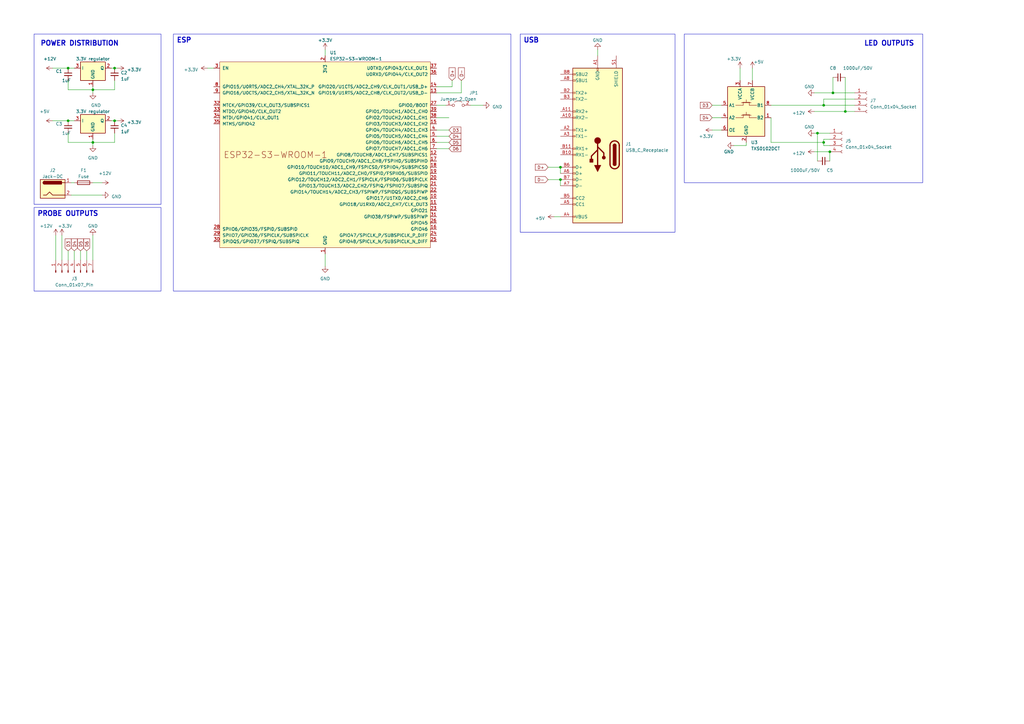
<source format=kicad_sch>
(kicad_sch (version 20230121) (generator eeschema)
  (paper "A3")
  (lib_symbols
    (symbol "Connector:Conn_01x04_Socket" (pin_names (offset 1.016) hide)
      (property "Reference" "J" (at 0 5.08 0))
      (property "Value" "Conn_01x04_Socket" (at 0 -7.62 0))
      (symbol "Conn_01x04_Socket_1_1"
        (arc (start 0 -4.572) (mid -0.5058 -5.08) (end 0 -5.588) (stroke (width 0.1524)))
        (arc (start 0 -2.032) (mid -0.5058 -2.54) (end 0 -3.048) (stroke (width 0.1524)))
        (polyline (pts (xy -1.27 -5.08) (xy -0.508 -5.08)) (stroke (width 0.1524)))
        (polyline (pts (xy -1.27 -2.54) (xy -0.508 -2.54)) (stroke (width 0.1524)))
        (polyline (pts (xy -1.27 0) (xy -0.508 0)) (stroke (width 0.1524)))
        (polyline (pts (xy -1.27 2.54) (xy -0.508 2.54)) (stroke (width 0.1524)))
        (arc (start 0 0.508) (mid -0.5058 0) (end 0 -0.508) (stroke (width 0.1524)))
        (arc (start 0 3.048) (mid -0.5058 2.54) (end 0 2.032) (stroke (width 0.1524)))
        (pin passive line (at -5.08 2.54 0) (length 3.81) (name "Pin_1") (number "1"))
        (pin passive line (at -5.08 0 0) (length 3.81) (name "Pin_2") (number "2"))
        (pin passive line (at -5.08 -2.54 0) (length 3.81) (name "Pin_3") (number "3"))
        (pin passive line (at -5.08 -5.08 0) (length 3.81) (name "Pin_4") (number "4"))
      )
    )
    (symbol "Connector:Conn_01x07_Pin" (pin_names (offset 1.016) hide)
      (property "Reference" "J" (at 0 10.16 0))
      (property "Value" "Conn_01x07_Pin" (at 0 -10.16 0))
      (symbol "Conn_01x07_Pin_1_1"
        (polyline (pts (xy 1.27 -7.62) (xy 0.8636 -7.62)) (stroke (width 0.1524)))
        (polyline (pts (xy 1.27 -5.08) (xy 0.8636 -5.08)) (stroke (width 0.1524)))
        (polyline (pts (xy 1.27 -2.54) (xy 0.8636 -2.54)) (stroke (width 0.1524)))
        (polyline (pts (xy 1.27 0) (xy 0.8636 0)) (stroke (width 0.1524)))
        (polyline (pts (xy 1.27 2.54) (xy 0.8636 2.54)) (stroke (width 0.1524)))
        (polyline (pts (xy 1.27 5.08) (xy 0.8636 5.08)) (stroke (width 0.1524)))
        (polyline (pts (xy 1.27 7.62) (xy 0.8636 7.62)) (stroke (width 0.1524)))
        (rectangle (start 0.8636 -7.493) (end 0 -7.747) (stroke (width 0.1524)) (fill (type outline)))
        (rectangle (start 0.8636 -4.953) (end 0 -5.207) (stroke (width 0.1524)) (fill (type outline)))
        (rectangle (start 0.8636 -2.413) (end 0 -2.667) (stroke (width 0.1524)) (fill (type outline)))
        (rectangle (start 0.8636 0.127) (end 0 -0.127) (stroke (width 0.1524)) (fill (type outline)))
        (rectangle (start 0.8636 2.667) (end 0 2.413) (stroke (width 0.1524)) (fill (type outline)))
        (rectangle (start 0.8636 5.207) (end 0 4.953) (stroke (width 0.1524)) (fill (type outline)))
        (rectangle (start 0.8636 7.747) (end 0 7.493) (stroke (width 0.1524)) (fill (type outline)))
        (pin passive line (at 5.08 7.62 180) (length 3.81) (name "Pin_1") (number "1"))
        (pin passive line (at 5.08 5.08 180) (length 3.81) (name "Pin_2") (number "2"))
        (pin passive line (at 5.08 2.54 180) (length 3.81) (name "Pin_3") (number "3"))
        (pin passive line (at 5.08 0 180) (length 3.81) (name "Pin_4") (number "4"))
        (pin passive line (at 5.08 -2.54 180) (length 3.81) (name "Pin_5") (number "5"))
        (pin passive line (at 5.08 -5.08 180) (length 3.81) (name "Pin_6") (number "6"))
        (pin passive line (at 5.08 -7.62 180) (length 3.81) (name "Pin_7") (number "7"))
      )
    )
    (symbol "Connector:Jack-DC" (pin_names (offset 1.016))
      (property "Reference" "J" (at 0 5.334 0))
      (property "Value" "Jack-DC" (at 0 -5.08 0))
      (symbol "Jack-DC_0_1"
        (rectangle (start -5.08 3.81) (end 5.08 -3.81) (stroke (width 0.254)) (fill (type background)))
        (arc (start -3.302 3.175) (mid -3.9343 2.54) (end -3.302 1.905) (stroke (width 0.254)))
        (arc (start -3.302 3.175) (mid -3.9343 2.54) (end -3.302 1.905) (stroke (width 0.254)) (fill (type outline)))
        (polyline (pts (xy 5.08 2.54) (xy 3.81 2.54)) (stroke (width 0.254)))
        (polyline (pts (xy -3.81 -2.54) (xy -2.54 -2.54) (xy -1.27 -1.27) (xy 0 -2.54) (xy 2.54 -2.54) (xy 5.08 -2.54)) (stroke (width 0.254)))
        (rectangle (start 3.683 3.175) (end -3.302 1.905) (stroke (width 0.254)) (fill (type outline)))
      )
      (symbol "Jack-DC_1_1"
        (pin passive line (at 7.62 2.54 180) (length 2.54) (name "~") (number "1"))
        (pin passive line (at 7.62 -2.54 180) (length 2.54) (name "~") (number "2"))
      )
    )
    (symbol "Connector:USB_C_Receptacle" (pin_names (offset 1.016))
      (property "Reference" "J" (at -10.16 29.21 0))
      (property "Value" "USB_C_Receptacle" (at 10.16 29.21 0))
      (symbol "USB_C_Receptacle_0_0"
        (rectangle (start -0.254 -35.56) (end 0.254 -34.544))
        (rectangle (start 10.16 -32.766) (end 9.144 -33.274))
        (rectangle (start 10.16 -30.226) (end 9.144 -30.734))
        (rectangle (start 10.16 -25.146) (end 9.144 -25.654))
        (rectangle (start 10.16 -22.606) (end 9.144 -23.114))
        (rectangle (start 10.16 -17.526) (end 9.144 -18.034))
        (rectangle (start 10.16 -14.986) (end 9.144 -15.494))
        (rectangle (start 10.16 -9.906) (end 9.144 -10.414))
        (rectangle (start 10.16 -7.366) (end 9.144 -7.874))
        (rectangle (start 10.16 -2.286) (end 9.144 -2.794))
        (rectangle (start 10.16 0.254) (end 9.144 -0.254))
        (rectangle (start 10.16 5.334) (end 9.144 4.826))
        (rectangle (start 10.16 7.874) (end 9.144 7.366))
        (rectangle (start 10.16 10.414) (end 9.144 9.906))
        (rectangle (start 10.16 12.954) (end 9.144 12.446))
        (rectangle (start 10.16 18.034) (end 9.144 17.526))
        (rectangle (start 10.16 20.574) (end 9.144 20.066))
        (rectangle (start 10.16 25.654) (end 9.144 25.146))
      )
      (symbol "USB_C_Receptacle_0_1"
        (rectangle (start -10.16 27.94) (end 10.16 -35.56) (stroke (width 0.254)) (fill (type background)))
        (arc (start -8.89 -3.81) (mid -6.985 -5.7067) (end -5.08 -3.81) (stroke (width 0.508)))
        (arc (start -7.62 -3.81) (mid -6.985 -4.4423) (end -6.35 -3.81) (stroke (width 0.254)))
        (arc (start -7.62 -3.81) (mid -6.985 -4.4423) (end -6.35 -3.81) (stroke (width 0.254)) (fill (type outline)))
        (rectangle (start -7.62 -3.81) (end -6.35 3.81) (stroke (width 0.254)) (fill (type outline)))
        (arc (start -6.35 3.81) (mid -6.985 4.4423) (end -7.62 3.81) (stroke (width 0.254)))
        (arc (start -6.35 3.81) (mid -6.985 4.4423) (end -7.62 3.81) (stroke (width 0.254)) (fill (type outline)))
        (arc (start -5.08 3.81) (mid -6.985 5.7067) (end -8.89 3.81) (stroke (width 0.508)))
        (polyline (pts (xy -8.89 -3.81) (xy -8.89 3.81)) (stroke (width 0.508)))
        (polyline (pts (xy -5.08 3.81) (xy -5.08 -3.81)) (stroke (width 0.508)))
      )
      (symbol "USB_C_Receptacle_1_1"
        (circle (center -2.54 1.143) (radius 0.635) (stroke (width 0.254)) (fill (type outline)))
        (circle (center 0 -5.842) (radius 1.27) (fill (type outline)))
        (polyline (pts (xy 0 -5.842) (xy 0 4.318)) (stroke (width 0.508)))
        (polyline (pts (xy 0 -3.302) (xy -2.54 -0.762) (xy -2.54 0.508)) (stroke (width 0.508)))
        (polyline (pts (xy 0 -2.032) (xy 2.54 0.508) (xy 2.54 1.778)) (stroke (width 0.508)))
        (polyline (pts (xy -1.27 4.318) (xy 0 6.858) (xy 1.27 4.318) (xy -1.27 4.318)) (stroke (width 0.254)) (fill (type outline)))
        (rectangle (start 1.905 1.778) (end 3.175 3.048) (stroke (width 0.254)) (fill (type outline)))
        (pin passive line (at 0 -40.64 90) (length 5.08) (name "GND") (number "A1"))
        (pin bidirectional line (at 15.24 -15.24 180) (length 5.08) (name "RX2-") (number "A10"))
        (pin bidirectional line (at 15.24 -17.78 180) (length 5.08) (name "RX2+") (number "A11"))
        (pin passive line (at 0 -40.64 90) (length 5.08) hide (name "GND") (number "A12"))
        (pin bidirectional line (at 15.24 -10.16 180) (length 5.08) (name "TX1+") (number "A2"))
        (pin bidirectional line (at 15.24 -7.62 180) (length 5.08) (name "TX1-") (number "A3"))
        (pin passive line (at 15.24 25.4 180) (length 5.08) (name "VBUS") (number "A4"))
        (pin bidirectional line (at 15.24 20.32 180) (length 5.08) (name "CC1") (number "A5"))
        (pin bidirectional line (at 15.24 7.62 180) (length 5.08) (name "D+") (number "A6"))
        (pin bidirectional line (at 15.24 12.7 180) (length 5.08) (name "D-") (number "A7"))
        (pin bidirectional line (at 15.24 -30.48 180) (length 5.08) (name "SBU1") (number "A8"))
        (pin passive line (at 15.24 25.4 180) (length 5.08) hide (name "VBUS") (number "A9"))
        (pin passive line (at 0 -40.64 90) (length 5.08) hide (name "GND") (number "B1"))
        (pin bidirectional line (at 15.24 0 180) (length 5.08) (name "RX1-") (number "B10"))
        (pin bidirectional line (at 15.24 -2.54 180) (length 5.08) (name "RX1+") (number "B11"))
        (pin passive line (at 0 -40.64 90) (length 5.08) hide (name "GND") (number "B12"))
        (pin bidirectional line (at 15.24 -25.4 180) (length 5.08) (name "TX2+") (number "B2"))
        (pin bidirectional line (at 15.24 -22.86 180) (length 5.08) (name "TX2-") (number "B3"))
        (pin passive line (at 15.24 25.4 180) (length 5.08) hide (name "VBUS") (number "B4"))
        (pin bidirectional line (at 15.24 17.78 180) (length 5.08) (name "CC2") (number "B5"))
        (pin bidirectional line (at 15.24 5.08 180) (length 5.08) (name "D+") (number "B6"))
        (pin bidirectional line (at 15.24 10.16 180) (length 5.08) (name "D-") (number "B7"))
        (pin bidirectional line (at 15.24 -33.02 180) (length 5.08) (name "SBU2") (number "B8"))
        (pin passive line (at 15.24 25.4 180) (length 5.08) hide (name "VBUS") (number "B9"))
        (pin passive line (at -7.62 -40.64 90) (length 5.08) (name "SHIELD") (number "S1"))
      )
    )
    (symbol "Device:C_Small" (pin_numbers hide) (pin_names (offset 0.254) hide)
      (property "Reference" "C" (at 0.254 1.778 0))
      (property "Value" "C_Small" (at 0.254 -2.032 0))
      (symbol "C_Small_0_1"
        (polyline (pts (xy -1.524 -0.508) (xy 1.524 -0.508)) (stroke (width 0.3302)))
        (polyline (pts (xy -1.524 0.508) (xy 1.524 0.508)) (stroke (width 0.3048)))
      )
      (symbol "C_Small_1_1"
        (pin passive line (at 0 2.54 270) (length 2.032) (name "~") (number "1"))
        (pin passive line (at 0 -2.54 90) (length 2.032) (name "~") (number "2"))
      )
    )
    (symbol "Device:Fuse" (pin_numbers hide) (pin_names (offset 0))
      (property "Reference" "F" (at 2.032 0 90))
      (property "Value" "Fuse" (at -1.905 0 90))
      (symbol "Fuse_0_1"
        (rectangle (start -0.762 -2.54) (end 0.762 2.54) (stroke (width 0.254)))
        (polyline (pts (xy 0 2.54) (xy 0 -2.54)))
      )
      (symbol "Fuse_1_1"
        (pin passive line (at 0 3.81 270) (length 1.27) (name "~") (number "1"))
        (pin passive line (at 0 -3.81 90) (length 1.27) (name "~") (number "2"))
      )
    )
    (symbol "Espressif:ESP32-S3-WROOM-1" (pin_names (offset 1.016))
      (property "Reference" "U" (at -43.18 43.18 0))
      (property "Value" "ESP32-S3-WROOM-1" (at -43.18 40.64 0))
      (symbol "ESP32-S3-WROOM-1_0_0"
        (text "ESP32-S3-WROOM-1" (at -20.32 0 0) (effects (font (size 2.54 2.54))))
        (pin power_in line (at 0 -40.64 90) (length 2.54) (name "GND") (number "1"))
        (pin bidirectional line (at 45.72 -17.78 180) (length 2.54) (name "GPIO17/U1TXD/ADC2_CH6") (number "10"))
        (pin bidirectional line (at 45.72 -20.32 180) (length 2.54) (name "GPIO18/U1RXD/ADC2_CH7/CLK_OUT3") (number "11"))
        (pin bidirectional line (at 45.72 0 180) (length 2.54) (name "GPIO8/TOUCH8/ADC1_CH7/SUBSPICS1") (number "12"))
        (pin bidirectional line (at 45.72 25.4 180) (length 2.54) (name "GPIO19/U1RTS/ADC2_CH8/CLK_OUT2/USB_D-") (number "13"))
        (pin bidirectional line (at 45.72 27.94 180) (length 2.54) (name "GPIO20/U1CTS/ADC2_CH9/CLK_OUT1/USB_D+") (number "14"))
        (pin bidirectional line (at 45.72 12.7 180) (length 2.54) (name "GPIO3/TOUCH3/ADC1_CH2") (number "15"))
        (pin bidirectional line (at 45.72 -30.48 180) (length 2.54) (name "GPIO46") (number "16"))
        (pin bidirectional line (at 45.72 -2.54 180) (length 2.54) (name "GPIO9/TOUCH9/ADC1_CH8/FSPIHD/SUBSPIHD") (number "17"))
        (pin bidirectional line (at 45.72 -5.08 180) (length 2.54) (name "GPIO10/TOUCH10/ADC1_CH9/FSPICS0/FSPIIO4/SUBSPICS0") (number "18"))
        (pin bidirectional line (at 45.72 -7.62 180) (length 2.54) (name "GPIO11/TOUCH11/ADC2_CH0/FSPID/FSPIIO5/SUBSPID") (number "19"))
        (pin power_in line (at 0 40.64 270) (length 2.54) (name "3V3") (number "2"))
        (pin bidirectional line (at 45.72 -10.16 180) (length 2.54) (name "GPIO12/TOUCH12/ADC2_CH1/FSPICLK/FSPIIO6/SUBSPICLK") (number "20"))
        (pin bidirectional line (at 45.72 -12.7 180) (length 2.54) (name "GPIO13/TOUCH13/ADC2_CH2/FSPIQ/FSPIIO7/SUBSPIQ") (number "21"))
        (pin bidirectional line (at 45.72 -15.24 180) (length 2.54) (name "GPIO14/TOUCH14/ADC2_CH3/FSPIWP/FSPIDQS/SUBSPIWP") (number "22"))
        (pin bidirectional line (at 45.72 -22.86 180) (length 2.54) (name "GPIO21") (number "23"))
        (pin bidirectional line (at 45.72 -33.02 180) (length 2.54) (name "GPIO47/SPICLK_P/SUBSPICLK_P_DIFF") (number "24"))
        (pin bidirectional line (at 45.72 -35.56 180) (length 2.54) (name "GPIO48/SPICLK_N/SUBSPICLK_N_DIFF") (number "25"))
        (pin bidirectional line (at 45.72 -27.94 180) (length 2.54) (name "GPIO45") (number "26"))
        (pin bidirectional line (at 45.72 20.32 180) (length 2.54) (name "GPIO0/BOOT") (number "27"))
        (pin bidirectional line (at -45.72 -30.48 0) (length 2.54) (name "SPIIO6/GPIO35/FSPID/SUBSPID") (number "28"))
        (pin bidirectional line (at -45.72 -33.02 0) (length 2.54) (name "SPIIO7/GPIO36/FSPICLK/SUBSPICLK") (number "29"))
        (pin input line (at -45.72 35.56 0) (length 2.54) (name "EN") (number "3"))
        (pin bidirectional line (at -45.72 -35.56 0) (length 2.54) (name "SPIDQS/GPIO37/FSPIQ/SUBSPIQ") (number "30"))
        (pin bidirectional line (at 45.72 -25.4 180) (length 2.54) (name "GPIO38/FSPIWP/SUBSPIWP") (number "31"))
        (pin bidirectional line (at -45.72 20.32 0) (length 2.54) (name "MTCK/GPIO39/CLK_OUT3/SUBSPICS1") (number "32"))
        (pin bidirectional line (at -45.72 17.78 0) (length 2.54) (name "MTDO/GPIO40/CLK_OUT2") (number "33"))
        (pin bidirectional line (at -45.72 15.24 0) (length 2.54) (name "MTDI/GPIO41/CLK_OUT1") (number "34"))
        (pin bidirectional line (at -45.72 12.7 0) (length 2.54) (name "MTMS/GPIO42") (number "35"))
        (pin bidirectional line (at 45.72 33.02 180) (length 2.54) (name "U0RXD/GPIO44/CLK_OUT2") (number "36"))
        (pin bidirectional line (at 45.72 35.56 180) (length 2.54) (name "U0TXD/GPIO43/CLK_OUT1") (number "37"))
        (pin bidirectional line (at 45.72 15.24 180) (length 2.54) (name "GPIO2/TOUCH2/ADC1_CH1") (number "38"))
        (pin bidirectional line (at 45.72 17.78 180) (length 2.54) (name "GPIO1/TOUCH1/ADC1_CH0") (number "39"))
        (pin bidirectional line (at 45.72 10.16 180) (length 2.54) (name "GPIO4/TOUCH4/ADC1_CH3") (number "4"))
        (pin passive line (at 0 -40.64 90) (length 2.54) hide (name "GND") (number "40"))
        (pin passive line (at 0 -40.64 90) (length 2.54) hide (name "GND") (number "41"))
        (pin bidirectional line (at 45.72 7.62 180) (length 2.54) (name "GPIO5/TOUCH5/ADC1_CH4") (number "5"))
        (pin bidirectional line (at 45.72 5.08 180) (length 2.54) (name "GPIO6/TOUCH6/ADC1_CH5") (number "6"))
        (pin bidirectional line (at 45.72 2.54 180) (length 2.54) (name "GPIO7/TOUCH7/ADC1_CH6") (number "7"))
        (pin bidirectional line (at -45.72 27.94 0) (length 2.54) (name "GPIO15/U0RTS/ADC2_CH4/XTAL_32K_P") (number "8"))
        (pin bidirectional line (at -45.72 25.4 0) (length 2.54) (name "GPIO16/U0CTS/ADC2_CH5/XTAL_32K_N") (number "9"))
      )
      (symbol "ESP32-S3-WROOM-1_0_1"
        (rectangle (start -43.18 38.1) (end 43.18 -38.1) (fill (type background)))
      )
    )
    (symbol "Jumper:Jumper_2_Open" (pin_names (offset 0) hide)
      (property "Reference" "JP" (at 0 2.794 0))
      (property "Value" "Jumper_2_Open" (at 0 -2.286 0))
      (symbol "Jumper_2_Open_0_0"
        (circle (center -2.032 0) (radius 0.508))
        (circle (center 2.032 0) (radius 0.508))
      )
      (symbol "Jumper_2_Open_0_1"
        (arc (start 1.524 1.27) (mid 0 1.778) (end -1.524 1.27))
      )
      (symbol "Jumper_2_Open_1_1"
        (pin passive line (at -5.08 0 0) (length 2.54) (name "A") (number "1"))
        (pin passive line (at 5.08 0 180) (length 2.54) (name "B") (number "2"))
      )
    )
    (symbol "Logic_LevelTranslator:TXS0102DCT"
      (property "Reference" "U" (at -6.35 11.43 0))
      (property "Value" "TXS0102DCT" (at 3.81 11.43 0))
      (symbol "TXS0102DCT_0_1"
        (rectangle (start -7.62 10.16) (end 7.62 -10.16) (stroke (width 0.254)) (fill (type background)))
        (polyline (pts (xy -4.318 -2.54) (xy -1.27 -2.54)))
        (polyline (pts (xy -2.032 -1.524) (xy 2.032 -1.524)))
        (polyline (pts (xy -1.524 -1.27) (xy 1.524 -1.27)))
        (polyline (pts (xy -1.27 -2.54) (xy -1.27 -1.524)))
        (polyline (pts (xy 0 -1.27) (xy 0 -0.254)))
        (polyline (pts (xy 1.27 -2.54) (xy 1.27 -1.524)))
        (polyline (pts (xy 4.318 -2.54) (xy 1.27 -2.54)))
      )
      (symbol "TXS0102DCT_1_1"
        (polyline (pts (xy -4.318 2.54) (xy -1.27 2.54)))
        (polyline (pts (xy -2.032 3.556) (xy 2.032 3.556)))
        (polyline (pts (xy -1.524 3.81) (xy 1.524 3.81)))
        (polyline (pts (xy -1.27 2.54) (xy -1.27 3.556)))
        (polyline (pts (xy 0 3.81) (xy 0 4.826)))
        (polyline (pts (xy 1.27 2.54) (xy 1.27 3.556)))
        (polyline (pts (xy 4.318 2.54) (xy 1.27 2.54)))
        (pin bidirectional line (at 10.16 -2.54 180) (length 2.54) (name "B2") (number "1"))
        (pin power_in line (at 0 -12.7 90) (length 2.54) (name "GND") (number "2"))
        (pin power_in line (at -2.54 12.7 270) (length 2.54) (name "VCCA") (number "3"))
        (pin bidirectional line (at -10.16 -2.54 0) (length 2.54) (name "A2") (number "4"))
        (pin bidirectional line (at -10.16 2.54 0) (length 2.54) (name "A1") (number "5"))
        (pin input line (at -10.16 -7.62 0) (length 2.54) (name "OE") (number "6"))
        (pin power_in line (at 2.54 12.7 270) (length 2.54) (name "VCCB") (number "7"))
        (pin bidirectional line (at 10.16 2.54 180) (length 2.54) (name "B1") (number "8"))
      )
    )
    (symbol "Regulator_Linear:IFX27001TFV33"
      (property "Reference" "U" (at 0 6.35 0))
      (property "Value" "IFX27001TFV33" (at 0 3.81 0))
      (symbol "IFX27001TFV33_1_1"
        (rectangle (start -5.08 2.54) (end 5.08 -5.08) (stroke (width 0.254)) (fill (type background)))
        (pin power_in line (at 0 -7.62 90) (length 2.54) (name "GND") (number "1"))
        (pin power_out line (at 7.62 0 180) (length 2.54) (name "Q") (number "2"))
        (pin power_in line (at -7.62 0 0) (length 2.54) (name "I") (number "3"))
      )
    )
    (symbol "power:+12V" (power) (pin_names (offset 0))
      (property "Value" "+12V" (at 0 3.556 0))
      (symbol "+12V_0_1"
        (polyline (pts (xy -0.762 1.27) (xy 0 2.54)))
        (polyline (pts (xy 0 0) (xy 0 2.54)))
        (polyline (pts (xy 0 2.54) (xy 0.762 1.27)))
      )
      (symbol "+12V_1_1"
        (pin power_in line (at 0 0 90) (length 0) hide (name "+12V") (number "1"))
      )
    )
    (symbol "power:+3.3V" (power) (pin_names (offset 0))
      (property "Value" "+3.3V" (at 0 3.556 0))
      (symbol "+3.3V_0_1"
        (polyline (pts (xy -0.762 1.27) (xy 0 2.54)))
        (polyline (pts (xy 0 0) (xy 0 2.54)))
        (polyline (pts (xy 0 2.54) (xy 0.762 1.27)))
      )
      (symbol "+3.3V_1_1"
        (pin power_in line (at 0 0 90) (length 0) hide (name "+3.3V") (number "1"))
      )
    )
    (symbol "power:+5V" (power) (pin_names (offset 0))
      (property "Value" "+5V" (at 0 3.556 0))
      (symbol "+5V_0_1"
        (polyline (pts (xy -0.762 1.27) (xy 0 2.54)))
        (polyline (pts (xy 0 0) (xy 0 2.54)))
        (polyline (pts (xy 0 2.54) (xy 0.762 1.27)))
      )
      (symbol "+5V_1_1"
        (pin power_in line (at 0 0 90) (length 0) hide (name "+5V") (number "1"))
      )
    )
    (symbol "power:GND" (power) (pin_names (offset 0))
      (property "Value" "GND" (at 0 -3.81 0))
      (symbol "GND_0_1"
        (polyline (pts (xy 0 0) (xy 0 -1.27) (xy 1.27 -1.27) (xy 0 -2.54) (xy -1.27 -1.27) (xy 0 -1.27)))
      )
      (symbol "GND_1_1"
        (pin power_in line (at 0 0 270) (length 0) hide (name "GND") (number "1"))
      )
    )
  )
  (junction (at 337.82 43.18))
  (junction (at 46.99 49.53))
  (junction (at 335.28 54.61))
  (junction (at 340.36 62.23))
  (junction (at 346.71 45.72))
  (junction (at 27.94 49.53))
  (junction (at 229.87 68.58))
  (junction (at 337.82 58.42))
  (junction (at 38.1 36.83))
  (junction (at 341.63 38.1))
  (junction (at 27.94 27.94))
  (junction (at 46.99 27.94))
  (junction (at 38.1 58.42))
  (junction (at 229.87 73.66))
  (wire (pts (xy 316.23 58.42) (xy 337.82 58.42)))
  (wire (pts (xy 179.07 60.96) (xy 184.15 60.96)))
  (wire (pts (xy 335.28 66.04) (xy 335.28 54.61)))
  (wire (pts (xy 229.87 68.58) (xy 229.87 71.12)))
  (wire (pts (xy 229.87 73.66) (xy 229.87 76.2)))
  (wire (pts (xy 334.01 54.61) (xy 335.28 54.61)))
  (wire (pts (xy 337.82 59.69) (xy 337.82 58.42)))
  (wire (pts (xy 227.33 88.9) (xy 229.87 88.9)))
  (wire (pts (xy 27.94 102.87) (xy 27.94 106.68)))
  (wire (pts (xy 21.59 49.53) (xy 27.94 49.53)))
  (wire (pts (xy 224.79 73.66) (xy 229.87 73.66)))
  (wire (pts (xy 38.1 96.52) (xy 38.1 106.68)))
  (wire (pts (xy 303.53 27.94) (xy 303.53 33.02)))
  (wire (pts (xy 21.59 27.94) (xy 27.94 27.94)))
  (wire (pts (xy 35.56 102.87) (xy 35.56 106.68)))
  (wire (pts (xy 292.1 43.18) (xy 295.91 43.18)))
  (wire (pts (xy 179.07 53.34) (xy 184.15 53.34)))
  (wire (pts (xy 341.63 31.75) (xy 341.63 38.1)))
  (wire (pts (xy 346.71 45.72) (xy 350.52 45.72)))
  (wire (pts (xy 185.42 33.02) (xy 185.42 35.56)))
  (wire (pts (xy 22.86 96.52) (xy 22.86 106.68)))
  (wire (pts (xy 179.07 55.88) (xy 184.15 55.88)))
  (wire (pts (xy 45.72 27.94) (xy 46.99 27.94)))
  (wire (pts (xy 337.82 58.42) (xy 337.82 57.15)))
  (wire (pts (xy 189.23 38.1) (xy 179.07 38.1)))
  (wire (pts (xy 27.94 58.42) (xy 38.1 58.42)))
  (wire (pts (xy 45.72 49.53) (xy 46.99 49.53)))
  (wire (pts (xy 179.07 48.26) (xy 184.15 48.26)))
  (wire (pts (xy 85.09 27.94) (xy 87.63 27.94)))
  (wire (pts (xy 300.99 59.69) (xy 306.07 59.69)))
  (wire (pts (xy 308.61 27.94) (xy 308.61 33.02)))
  (wire (pts (xy 224.79 68.58) (xy 229.87 68.58)))
  (wire (pts (xy 337.82 40.64) (xy 350.52 40.64)))
  (wire (pts (xy 316.23 48.26) (xy 316.23 58.42)))
  (wire (pts (xy 38.1 36.83) (xy 38.1 38.1)))
  (wire (pts (xy 341.63 38.1) (xy 350.52 38.1)))
  (wire (pts (xy 334.01 62.23) (xy 340.36 62.23)))
  (wire (pts (xy 185.42 35.56) (xy 179.07 35.56)))
  (wire (pts (xy 133.35 20.32) (xy 133.35 22.86)))
  (wire (pts (xy 29.21 80.01) (xy 41.91 80.01)))
  (wire (pts (xy 133.35 104.14) (xy 133.35 109.22)))
  (wire (pts (xy 27.94 49.53) (xy 30.48 49.53)))
  (wire (pts (xy 46.99 36.83) (xy 38.1 36.83)))
  (wire (pts (xy 46.99 54.61) (xy 46.99 58.42)))
  (wire (pts (xy 292.1 48.26) (xy 295.91 48.26)))
  (wire (pts (xy 46.99 58.42) (xy 38.1 58.42)))
  (wire (pts (xy 38.1 57.15) (xy 38.1 58.42)))
  (wire (pts (xy 306.07 59.69) (xy 306.07 58.42)))
  (wire (pts (xy 46.99 49.53) (xy 48.26 49.53)))
  (wire (pts (xy 27.94 36.83) (xy 38.1 36.83)))
  (wire (pts (xy 350.52 43.18) (xy 337.82 43.18)))
  (wire (pts (xy 189.23 33.02) (xy 189.23 38.1)))
  (wire (pts (xy 340.36 59.69) (xy 337.82 59.69)))
  (wire (pts (xy 46.99 27.94) (xy 48.26 27.94)))
  (wire (pts (xy 334.01 38.1) (xy 341.63 38.1)))
  (wire (pts (xy 337.82 43.18) (xy 337.82 40.64)))
  (wire (pts (xy 337.82 57.15) (xy 340.36 57.15)))
  (wire (pts (xy 25.4 96.52) (xy 25.4 106.68)))
  (wire (pts (xy 38.1 35.56) (xy 38.1 36.83)))
  (wire (pts (xy 27.94 54.61) (xy 27.94 58.42)))
  (wire (pts (xy 30.48 102.87) (xy 30.48 106.68)))
  (wire (pts (xy 340.36 66.04) (xy 340.36 62.23)))
  (wire (pts (xy 27.94 33.02) (xy 27.94 36.83)))
  (wire (pts (xy 179.07 43.18) (xy 182.88 43.18)))
  (wire (pts (xy 38.1 58.42) (xy 38.1 59.69)))
  (wire (pts (xy 335.28 54.61) (xy 340.36 54.61)))
  (wire (pts (xy 193.04 43.18) (xy 198.12 43.18)))
  (wire (pts (xy 334.01 45.72) (xy 346.71 45.72)))
  (wire (pts (xy 38.1 74.93) (xy 41.91 74.93)))
  (wire (pts (xy 292.1 53.34) (xy 295.91 53.34)))
  (wire (pts (xy 245.11 20.32) (xy 245.11 22.86)))
  (wire (pts (xy 33.02 102.87) (xy 33.02 106.68)))
  (wire (pts (xy 179.07 58.42) (xy 184.15 58.42)))
  (wire (pts (xy 46.99 33.02) (xy 46.99 36.83)))
  (wire (pts (xy 27.94 27.94) (xy 30.48 27.94)))
  (wire (pts (xy 316.23 43.18) (xy 337.82 43.18)))
  (wire (pts (xy 29.21 74.93) (xy 30.48 74.93)))
  (wire (pts (xy 346.71 31.75) (xy 346.71 45.72)))
  (rectangle (start 280.67 13.97) (end 378.46 74.93))
  (rectangle (start 13.97 13.97) (end 66.04 83.82))
  (rectangle (start 13.97 85.09) (end 66.04 119.38))
  (rectangle (start 71.12 13.97) (end 209.55 119.38))
  (rectangle (start 213.36 13.97) (end 276.86 95.25))
  (text "USB\n" (at 214.63 17.78 0) (effects (font (size 2 2) (thickness 0.4) bold) (justify left bottom)))
  (text "LED OUTPUTS\n" (at 354.33 19.05 0) (effects (font (size 2 2) (thickness 0.4) bold) (justify left bottom)))
  (text "PROBE OUTPUTS" (at 15.24 88.9 0) (effects (font (size 2 2) (thickness 0.4) bold) (justify left bottom)))
  (text "ESP\n" (at 72.39 17.78 0) (effects (font (size 2 2) (thickness 0.4) bold) (justify left bottom)))
  (text "POWER DISTRIBUTION\n" (at 16.51 19.05 0) (effects (font (size 2 2) (thickness 0.4) bold) (justify left bottom)))
  (global_label "D6" (shape input) (at 35.56 102.87 90) (property "Intersheetrefs" "${INTERSHEET_REFS}" (effects hide)))
  (global_label "D5" (shape input) (at 33.02 102.87 90) (property "Intersheetrefs" "${INTERSHEET_REFS}" (effects hide)))
  (global_label "D+" (shape input) (at 185.42 33.02 90) (property "Intersheetrefs" "${INTERSHEET_REFS}" (effects hide)))
  (global_label "D3" (shape input) (at 27.94 102.87 90) (property "Intersheetrefs" "${INTERSHEET_REFS}" (effects hide)))
  (global_label "D3" (shape input) (at 184.15 53.34 0) (property "Intersheetrefs" "${INTERSHEET_REFS}" (effects hide)))
  (global_label "D6" (shape input) (at 184.15 60.96 0) (property "Intersheetrefs" "${INTERSHEET_REFS}" (effects hide)))
  (global_label "D4" (shape input) (at 30.48 102.87 90) (property "Intersheetrefs" "${INTERSHEET_REFS}" (effects hide)))
  (global_label "D-" (shape input) (at 189.23 33.02 90) (property "Intersheetrefs" "${INTERSHEET_REFS}" (effects hide)))
  (global_label "D4" (shape input) (at 184.15 55.88 0) (property "Intersheetrefs" "${INTERSHEET_REFS}" (effects hide)))
  (global_label "D+" (shape input) (at 224.79 68.58 180) (property "Intersheetrefs" "${INTERSHEET_REFS}" (effects hide)))
  (global_label "D3" (shape input) (at 292.1 43.18 180) (property "Intersheetrefs" "${INTERSHEET_REFS}" (effects hide)))
  (global_label "D5" (shape input) (at 184.15 58.42 0) (property "Intersheetrefs" "${INTERSHEET_REFS}" (effects hide)))
  (global_label "D-" (shape input) (at 224.79 73.66 180) (property "Intersheetrefs" "${INTERSHEET_REFS}" (effects hide)))
  (global_label "D4" (shape input) (at 292.1 48.26 180) (property "Intersheetrefs" "${INTERSHEET_REFS}" (effects hide)))
  (symbol (lib_id "power:+12V") (at 22.86 96.52 0) (unit 1)
    (property "Reference" "#PWR015" (effects hide))
    (property "Value" "+12V" (at 21.59 92.71 0) (effects (justify right)))
  )
  (symbol (lib_id "Device:C_Small") (at 27.94 52.07 0) (unit 1)
    (property "Reference" "C3" (at 22.86 50.8 0) (effects (justify left)))
    (property "Value" "1uF" (at 25.4 54.61 0) (effects (justify left)))
  )
  (symbol (lib_id "Connector:Jack-DC") (at 21.59 77.47 0) (unit 1)
    (property "Reference" "J2" (at 21.59 69.85 0))
    (property "Value" "Jack-DC" (at 21.59 72.39 0))
  )
  (symbol (lib_id "power:GND") (at 245.11 20.32 180) (unit 1)
    (property "Reference" "#PWR04" (effects hide))
    (property "Value" "GND" (at 245.11 16.51 0))
  )
  (symbol (lib_id "Device:C_Small") (at 46.99 30.48 0) (unit 1)
    (property "Reference" "C2" (at 49.53 29.8513 0) (effects (justify left)))
    (property "Value" "1uF" (at 49.53 32.3913 0) (effects (justify left)))
  )
  (symbol (lib_id "power:+3.3V") (at 303.53 27.94 0) (unit 1)
    (property "Reference" "#PWR026" (effects hide))
    (property "Value" "+3.3V" (at 300.99 24.13 0))
  )
  (symbol (lib_id "Device:C_Small") (at 344.17 31.75 90) (unit 1)
    (property "Reference" "C8" (at 341.63 27.94 90))
    (property "Value" "1000uF/50V" (at 351.79 27.94 90))
  )
  (symbol (lib_id "Connector:Conn_01x04_Socket") (at 345.44 57.15 0) (unit 1)
    (property "Reference" "J5" (at 346.71 57.785 0) (effects (justify left)))
    (property "Value" "Conn_01x04_Socket" (at 346.71 60.325 0) (effects (justify left)))
  )
  (symbol (lib_id "Device:C_Small") (at 27.94 30.48 0) (unit 1)
    (property "Reference" "C1" (at 22.86 29.21 0) (effects (justify left)))
    (property "Value" "1uF" (at 25.4 33.02 0) (effects (justify left)))
  )
  (symbol (lib_id "power:+12V") (at 21.59 27.94 90) (unit 1)
    (property "Reference" "#PWR010" (effects hide))
    (property "Value" "+12V" (at 17.78 24.13 90) (effects (justify right)))
  )
  (symbol (lib_id "Connector:Conn_01x07_Pin") (at 30.48 111.76 90) (unit 1)
    (property "Reference" "J3" (at 30.48 114.3 90))
    (property "Value" "Conn_01x07_Pin" (at 30.48 116.84 90))
  )
  (symbol (lib_id "power:+12V") (at 334.01 62.23 90) (unit 1)
    (property "Reference" "#PWR031" (effects hide))
    (property "Value" "+12V" (at 330.2 62.865 90) (effects (justify left)))
  )
  (symbol (lib_id "power:+3.3V") (at 25.4 96.52 0) (unit 1)
    (property "Reference" "#PWR017" (effects hide))
    (property "Value" "+3.3V" (at 26.67 92.71 0))
  )
  (symbol (lib_id "power:+3.3V") (at 48.26 49.53 270) (unit 1)
    (property "Reference" "#PWR012" (effects hide))
    (property "Value" "+3.3V" (at 52.07 50.165 90) (effects (justify left)))
  )
  (symbol (lib_id "power:+12V") (at 41.91 74.93 270) (unit 1)
    (property "Reference" "#PWR013" (effects hide))
    (property "Value" "+12V" (at 45.72 71.12 90) (effects (justify right)))
  )
  (symbol (lib_id "power:GND") (at 133.35 109.22 0) (unit 1)
    (property "Reference" "#PWR05" (effects hide))
    (property "Value" "GND" (at 133.35 114.3 0))
  )
  (symbol (lib_id "Device:C_Small") (at 46.99 52.07 0) (unit 1)
    (property "Reference" "C4" (at 49.53 51.4413 0) (effects (justify left)))
    (property "Value" "1uF" (at 49.53 53.9813 0) (effects (justify left)))
  )
  (symbol (lib_id "power:+5V") (at 21.59 49.53 90) (unit 1)
    (property "Reference" "#PWR09" (effects hide))
    (property "Value" "+5V" (at 20.32 45.72 90) (effects (justify left)))
  )
  (symbol (lib_id "Espressif:ESP32-S3-WROOM-1") (at 133.35 63.5 0) (unit 1)
    (property "Reference" "U1" (at 135.3059 21.59 0) (effects (justify left)))
    (property "Value" "ESP32-S3-WROOM-1" (at 135.3059 24.13 0) (effects (justify left)))
    (property "Footprint" "Espressif:ESP32-S3-WROOM-1" (effects hide))
    (property "Datasheet" "https://www.espressif.com/sites/default/files/documentation/esp32-s3-wroom-1_wroom-1u_datasheet_en.pdf" (effects hide))
    (property "shop" "https://www.mouser.ch/ProductDetail/Espressif-Systems/ESP32-S3-WROOM-1-N8?qs=sGAEpiMZZMu3sxpa5v1qrpuLb1YRQvRH486xd1meH8w%3D" (effects hide))
  )
  (symbol (lib_id "power:GND") (at 334.01 54.61 270) (unit 1)
    (property "Reference" "#PWR030" (effects hide))
    (property "Value" "GND" (at 334.01 52.07 90) (effects (justify right)))
  )
  (symbol (lib_id "power:GND") (at 198.12 43.18 90) (unit 1)
    (property "Reference" "#PWR06" (effects hide))
    (property "Value" "GND" (at 201.93 43.815 90) (effects (justify right)))
  )
  (symbol (lib_id "power:+3.3V") (at 85.09 27.94 90) (unit 1)
    (property "Reference" "#PWR01" (effects hide))
    (property "Value" "+3.3V" (at 81.28 28.575 90) (effects (justify left)))
  )
  (symbol (lib_id "power:+3.3V") (at 48.26 27.94 270) (unit 1)
    (property "Reference" "#PWR07" (effects hide))
    (property "Value" "+3.3V" (at 52.07 28.575 90) (effects (justify left)))
  )
  (symbol (lib_id "Device:Fuse") (at 34.29 74.93 90) (unit 1)
    (property "Reference" "F1" (at 34.29 69.85 90))
    (property "Value" "Fuse" (at 34.29 72.39 90))
  )
  (symbol (lib_id "Connector:Conn_01x04_Socket") (at 355.6 40.64 0) (unit 1)
    (property "Reference" "J7" (at 356.87 41.275 0) (effects (justify left)))
    (property "Value" "Conn_01x04_Socket" (at 356.87 43.815 0) (effects (justify left)))
  )
  (symbol (lib_id "power:GND") (at 41.91 80.01 90) (unit 1)
    (property "Reference" "#PWR014" (effects hide))
    (property "Value" "GND" (at 45.72 80.645 90) (effects (justify right)))
  )
  (symbol (lib_id "power:+12V") (at 334.01 45.72 90) (unit 1)
    (property "Reference" "#PWR029" (effects hide))
    (property "Value" "+12V" (at 330.2 46.355 90) (effects (justify left)))
  )
  (symbol (lib_id "power:GND") (at 300.99 59.69 270) (unit 1)
    (property "Reference" "#PWR025" (effects hide))
    (property "Value" "GND" (at 300.99 62.23 90) (effects (justify right)))
  )
  (symbol (lib_id "power:+3.3V") (at 133.35 20.32 0) (unit 1)
    (property "Reference" "#PWR02" (effects hide))
    (property "Value" "+3.3V" (at 133.35 16.51 0))
  )
  (symbol (lib_id "Logic_LevelTranslator:TXS0102DCT") (at 306.07 45.72 0) (unit 1)
    (property "Reference" "U3" (at 308.0259 58.42 0) (effects (justify left)))
    (property "Value" "TXS0102DCT" (at 308.0259 60.96 0) (effects (justify left)))
    (property "Footprint" "Package_SO:SSOP-8_2.95x2.8mm_P0.65mm" (effects hide))
    (property "Datasheet" "http://www.ti.com/lit/gpn/txs0102" (effects hide))
  )
  (symbol (lib_id "power:GND") (at 38.1 96.52 180) (unit 1)
    (property "Reference" "#PWR016" (effects hide))
    (property "Value" "GND" (at 38.1 92.71 0))
  )
  (symbol (lib_id "power:+3.3V") (at 292.1 53.34 90) (unit 1)
    (property "Reference" "#PWR024" (effects hide))
    (property "Value" "+3.3V" (at 289.56 55.88 90))
  )
  (symbol (lib_id "Jumper:Jumper_2_Open") (at 187.96 43.18 0) (unit 1)
    (property "Reference" "JP1" (at 194.31 38.1 0))
    (property "Value" "Jumper_2_Open" (at 187.96 40.64 0))
  )
  (symbol (lib_id "power:+5V") (at 308.61 27.94 0) (unit 1)
    (property "Reference" "#PWR027" (effects hide))
    (property "Value" "+5V" (at 311.15 25.4 0))
  )
  (symbol (lib_id "power:GND") (at 38.1 59.69 0) (unit 1)
    (property "Reference" "#PWR011" (effects hide))
    (property "Value" "GND" (at 38.1 64.77 0))
  )
  (symbol (lib_id "power:+5V") (at 227.33 88.9 90) (unit 1)
    (property "Reference" "#PWR03" (effects hide))
    (property "Value" "+5V" (at 223.52 89.535 90) (effects (justify left)))
  )
  (symbol (lib_id "Regulator_Linear:IFX27001TFV33") (at 38.1 49.53 0) (unit 1)
    (property "Reference" "TLV75533PDBVR1" (effects hide))
    (property "Value" "3.3V regulator" (at 38.1 45.72 0))
    (property "Footprint" "Package_TO_SOT_SMD:TO-252-3_TabPin2" (effects hide))
    (property "Datasheet" "https://www.ti.com/lit/ds/symlink/tlv755p.pdf?HQS=dis-mous-null-mousermode-dsf-pf-null-wwe&ts=1693140947810&ref_url=https%253A%252F%252Feu.mouser.com%252F" (effects hide))
    (property "shop" "https://www.mouser.ch/ProductDetail/Texas-Instruments/TLV75533PDBVR?qs=sGAEpiMZZMt1hubY80%2Fs8Ncl2sHGlOOHvezMCOdr1JVVYBSOtLKJ3g%3D%3D" (effects hide))
  )
  (symbol (lib_id "Regulator_Linear:IFX27001TFV33") (at 38.1 27.94 0) (unit 1)
    (property "Reference" "TLV75533PDBVR" (effects hide))
    (property "Value" "3.3V regulator" (at 38.1 24.13 0))
    (property "Footprint" "Package_TO_SOT_SMD:TO-252-3_TabPin2" (effects hide))
    (property "Datasheet" "https://www.ti.com/lit/ds/symlink/tlv755p.pdf?HQS=dis-mous-null-mousermode-dsf-pf-null-wwe&ts=1693140947810&ref_url=https%253A%252F%252Feu.mouser.com%252F" (effects hide))
    (property "shop" "https://www.mouser.ch/ProductDetail/Texas-Instruments/TLV75533PDBVR?qs=sGAEpiMZZMt1hubY80%2Fs8Ncl2sHGlOOHvezMCOdr1JVVYBSOtLKJ3g%3D%3D" (effects hide))
  )
  (symbol (lib_id "Connector:USB_C_Receptacle") (at 245.11 63.5 180) (unit 1)
    (property "Reference" "J1" (at 256.54 59.055 0) (effects (justify right)))
    (property "Value" "USB_C_Receptacle" (at 256.54 61.595 0) (effects (justify right)))
    (property "Datasheet" "https://www.usb.org/sites/default/files/documents/usb_type-c.zip" (effects hide))
  )
  (symbol (lib_id "power:GND") (at 38.1 38.1 0) (unit 1)
    (property "Reference" "#PWR08" (effects hide))
    (property "Value" "GND" (at 39.37 43.18 0))
  )
  (symbol (lib_id "power:GND") (at 334.01 38.1 270) (unit 1)
    (property "Reference" "#PWR028" (effects hide))
    (property "Value" "GND" (at 334.01 35.56 90) (effects (justify right)))
  )
  (symbol (lib_id "Device:C_Small") (at 337.82 66.04 270) (unit 1)
    (property "Reference" "C5" (at 340.36 69.85 90))
    (property "Value" "1000uF/50V" (at 330.2 69.85 90))
  )
)
</source>
